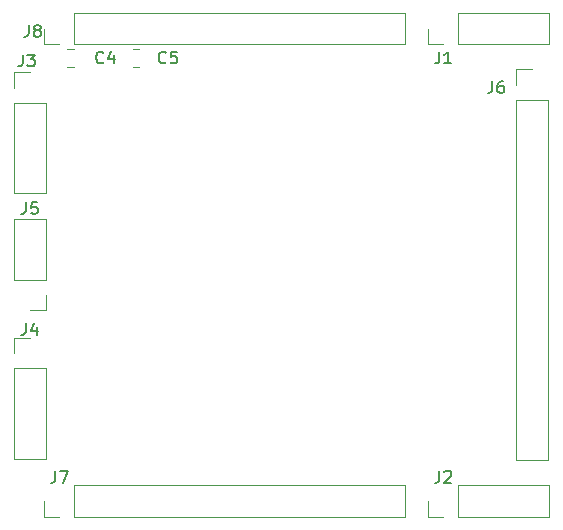
<source format=gbr>
%TF.GenerationSoftware,KiCad,Pcbnew,(5.1.9)-1*%
%TF.CreationDate,2021-09-03T13:39:35-04:00*%
%TF.ProjectId,Preamp_Shield,50726561-6d70-45f5-9368-69656c642e6b,rev?*%
%TF.SameCoordinates,Original*%
%TF.FileFunction,Legend,Top*%
%TF.FilePolarity,Positive*%
%FSLAX46Y46*%
G04 Gerber Fmt 4.6, Leading zero omitted, Abs format (unit mm)*
G04 Created by KiCad (PCBNEW (5.1.9)-1) date 2021-09-03 13:39:35*
%MOMM*%
%LPD*%
G01*
G04 APERTURE LIST*
%ADD10C,0.120000*%
%ADD11C,0.150000*%
G04 APERTURE END LIST*
D10*
%TO.C,J6*%
X143670000Y-78430000D02*
X145000000Y-78430000D01*
X143670000Y-79760000D02*
X143670000Y-78430000D01*
X143670000Y-81030000D02*
X146330000Y-81030000D01*
X146330000Y-81030000D02*
X146330000Y-111570000D01*
X143670000Y-81030000D02*
X143670000Y-111570000D01*
X143670000Y-111570000D02*
X146330000Y-111570000D01*
%TO.C,C5*%
X111238748Y-78235000D02*
X111761252Y-78235000D01*
X111238748Y-76765000D02*
X111761252Y-76765000D01*
%TO.C,C4*%
X105688748Y-78235000D02*
X106211252Y-78235000D01*
X105688748Y-76765000D02*
X106211252Y-76765000D01*
%TO.C,J8*%
X103670000Y-76330000D02*
X103670000Y-75000000D01*
X105000000Y-76330000D02*
X103670000Y-76330000D01*
X106270000Y-76330000D02*
X106270000Y-73670000D01*
X106270000Y-73670000D02*
X134270000Y-73670000D01*
X106270000Y-76330000D02*
X134270000Y-76330000D01*
X134270000Y-76330000D02*
X134270000Y-73670000D01*
%TO.C,J7*%
X103670000Y-116330000D02*
X103670000Y-115000000D01*
X105000000Y-116330000D02*
X103670000Y-116330000D01*
X106270000Y-116330000D02*
X106270000Y-113670000D01*
X106270000Y-113670000D02*
X134270000Y-113670000D01*
X106270000Y-116330000D02*
X134270000Y-116330000D01*
X134270000Y-116330000D02*
X134270000Y-113670000D01*
%TO.C,J5*%
X103830000Y-98870000D02*
X102500000Y-98870000D01*
X103830000Y-97540000D02*
X103830000Y-98870000D01*
X103830000Y-96270000D02*
X101170000Y-96270000D01*
X101170000Y-96270000D02*
X101170000Y-91130000D01*
X103830000Y-96270000D02*
X103830000Y-91130000D01*
X103830000Y-91130000D02*
X101170000Y-91130000D01*
%TO.C,J4*%
X101170000Y-101170000D02*
X102500000Y-101170000D01*
X101170000Y-102500000D02*
X101170000Y-101170000D01*
X101170000Y-103770000D02*
X103830000Y-103770000D01*
X103830000Y-103770000D02*
X103830000Y-111450000D01*
X101170000Y-103770000D02*
X101170000Y-111450000D01*
X101170000Y-111450000D02*
X103830000Y-111450000D01*
%TO.C,J3*%
X101170000Y-78670000D02*
X102500000Y-78670000D01*
X101170000Y-80000000D02*
X101170000Y-78670000D01*
X101170000Y-81270000D02*
X103830000Y-81270000D01*
X103830000Y-81270000D02*
X103830000Y-88950000D01*
X101170000Y-81270000D02*
X101170000Y-88950000D01*
X101170000Y-88950000D02*
X103830000Y-88950000D01*
%TO.C,J2*%
X136170000Y-116330000D02*
X136170000Y-115000000D01*
X137500000Y-116330000D02*
X136170000Y-116330000D01*
X138770000Y-116330000D02*
X138770000Y-113670000D01*
X138770000Y-113670000D02*
X146450000Y-113670000D01*
X138770000Y-116330000D02*
X146450000Y-116330000D01*
X146450000Y-116330000D02*
X146450000Y-113670000D01*
%TO.C,J1*%
X136170000Y-76330000D02*
X136170000Y-75000000D01*
X137500000Y-76330000D02*
X136170000Y-76330000D01*
X138770000Y-76330000D02*
X138770000Y-73670000D01*
X138770000Y-73670000D02*
X146450000Y-73670000D01*
X138770000Y-76330000D02*
X146450000Y-76330000D01*
X146450000Y-76330000D02*
X146450000Y-73670000D01*
%TO.C,J6*%
D11*
X141666666Y-79452380D02*
X141666666Y-80166666D01*
X141619047Y-80309523D01*
X141523809Y-80404761D01*
X141380952Y-80452380D01*
X141285714Y-80452380D01*
X142571428Y-79452380D02*
X142380952Y-79452380D01*
X142285714Y-79500000D01*
X142238095Y-79547619D01*
X142142857Y-79690476D01*
X142095238Y-79880952D01*
X142095238Y-80261904D01*
X142142857Y-80357142D01*
X142190476Y-80404761D01*
X142285714Y-80452380D01*
X142476190Y-80452380D01*
X142571428Y-80404761D01*
X142619047Y-80357142D01*
X142666666Y-80261904D01*
X142666666Y-80023809D01*
X142619047Y-79928571D01*
X142571428Y-79880952D01*
X142476190Y-79833333D01*
X142285714Y-79833333D01*
X142190476Y-79880952D01*
X142142857Y-79928571D01*
X142095238Y-80023809D01*
%TO.C,C5*%
X114033333Y-77857142D02*
X113985714Y-77904761D01*
X113842857Y-77952380D01*
X113747619Y-77952380D01*
X113604761Y-77904761D01*
X113509523Y-77809523D01*
X113461904Y-77714285D01*
X113414285Y-77523809D01*
X113414285Y-77380952D01*
X113461904Y-77190476D01*
X113509523Y-77095238D01*
X113604761Y-77000000D01*
X113747619Y-76952380D01*
X113842857Y-76952380D01*
X113985714Y-77000000D01*
X114033333Y-77047619D01*
X114938095Y-76952380D02*
X114461904Y-76952380D01*
X114414285Y-77428571D01*
X114461904Y-77380952D01*
X114557142Y-77333333D01*
X114795238Y-77333333D01*
X114890476Y-77380952D01*
X114938095Y-77428571D01*
X114985714Y-77523809D01*
X114985714Y-77761904D01*
X114938095Y-77857142D01*
X114890476Y-77904761D01*
X114795238Y-77952380D01*
X114557142Y-77952380D01*
X114461904Y-77904761D01*
X114414285Y-77857142D01*
%TO.C,C4*%
X108733333Y-77857142D02*
X108685714Y-77904761D01*
X108542857Y-77952380D01*
X108447619Y-77952380D01*
X108304761Y-77904761D01*
X108209523Y-77809523D01*
X108161904Y-77714285D01*
X108114285Y-77523809D01*
X108114285Y-77380952D01*
X108161904Y-77190476D01*
X108209523Y-77095238D01*
X108304761Y-77000000D01*
X108447619Y-76952380D01*
X108542857Y-76952380D01*
X108685714Y-77000000D01*
X108733333Y-77047619D01*
X109590476Y-77285714D02*
X109590476Y-77952380D01*
X109352380Y-76904761D02*
X109114285Y-77619047D01*
X109733333Y-77619047D01*
%TO.C,J8*%
X102416666Y-74702380D02*
X102416666Y-75416666D01*
X102369047Y-75559523D01*
X102273809Y-75654761D01*
X102130952Y-75702380D01*
X102035714Y-75702380D01*
X103035714Y-75130952D02*
X102940476Y-75083333D01*
X102892857Y-75035714D01*
X102845238Y-74940476D01*
X102845238Y-74892857D01*
X102892857Y-74797619D01*
X102940476Y-74750000D01*
X103035714Y-74702380D01*
X103226190Y-74702380D01*
X103321428Y-74750000D01*
X103369047Y-74797619D01*
X103416666Y-74892857D01*
X103416666Y-74940476D01*
X103369047Y-75035714D01*
X103321428Y-75083333D01*
X103226190Y-75130952D01*
X103035714Y-75130952D01*
X102940476Y-75178571D01*
X102892857Y-75226190D01*
X102845238Y-75321428D01*
X102845238Y-75511904D01*
X102892857Y-75607142D01*
X102940476Y-75654761D01*
X103035714Y-75702380D01*
X103226190Y-75702380D01*
X103321428Y-75654761D01*
X103369047Y-75607142D01*
X103416666Y-75511904D01*
X103416666Y-75321428D01*
X103369047Y-75226190D01*
X103321428Y-75178571D01*
X103226190Y-75130952D01*
%TO.C,J7*%
X104666666Y-112452380D02*
X104666666Y-113166666D01*
X104619047Y-113309523D01*
X104523809Y-113404761D01*
X104380952Y-113452380D01*
X104285714Y-113452380D01*
X105047619Y-112452380D02*
X105714285Y-112452380D01*
X105285714Y-113452380D01*
%TO.C,J5*%
X102166666Y-89702380D02*
X102166666Y-90416666D01*
X102119047Y-90559523D01*
X102023809Y-90654761D01*
X101880952Y-90702380D01*
X101785714Y-90702380D01*
X103119047Y-89702380D02*
X102642857Y-89702380D01*
X102595238Y-90178571D01*
X102642857Y-90130952D01*
X102738095Y-90083333D01*
X102976190Y-90083333D01*
X103071428Y-90130952D01*
X103119047Y-90178571D01*
X103166666Y-90273809D01*
X103166666Y-90511904D01*
X103119047Y-90607142D01*
X103071428Y-90654761D01*
X102976190Y-90702380D01*
X102738095Y-90702380D01*
X102642857Y-90654761D01*
X102595238Y-90607142D01*
%TO.C,J4*%
X102166666Y-99952380D02*
X102166666Y-100666666D01*
X102119047Y-100809523D01*
X102023809Y-100904761D01*
X101880952Y-100952380D01*
X101785714Y-100952380D01*
X103071428Y-100285714D02*
X103071428Y-100952380D01*
X102833333Y-99904761D02*
X102595238Y-100619047D01*
X103214285Y-100619047D01*
%TO.C,J3*%
X101916666Y-77202380D02*
X101916666Y-77916666D01*
X101869047Y-78059523D01*
X101773809Y-78154761D01*
X101630952Y-78202380D01*
X101535714Y-78202380D01*
X102297619Y-77202380D02*
X102916666Y-77202380D01*
X102583333Y-77583333D01*
X102726190Y-77583333D01*
X102821428Y-77630952D01*
X102869047Y-77678571D01*
X102916666Y-77773809D01*
X102916666Y-78011904D01*
X102869047Y-78107142D01*
X102821428Y-78154761D01*
X102726190Y-78202380D01*
X102440476Y-78202380D01*
X102345238Y-78154761D01*
X102297619Y-78107142D01*
%TO.C,J2*%
X137166666Y-112452380D02*
X137166666Y-113166666D01*
X137119047Y-113309523D01*
X137023809Y-113404761D01*
X136880952Y-113452380D01*
X136785714Y-113452380D01*
X137595238Y-112547619D02*
X137642857Y-112500000D01*
X137738095Y-112452380D01*
X137976190Y-112452380D01*
X138071428Y-112500000D01*
X138119047Y-112547619D01*
X138166666Y-112642857D01*
X138166666Y-112738095D01*
X138119047Y-112880952D01*
X137547619Y-113452380D01*
X138166666Y-113452380D01*
%TO.C,J1*%
X137166666Y-76952380D02*
X137166666Y-77666666D01*
X137119047Y-77809523D01*
X137023809Y-77904761D01*
X136880952Y-77952380D01*
X136785714Y-77952380D01*
X138166666Y-77952380D02*
X137595238Y-77952380D01*
X137880952Y-77952380D02*
X137880952Y-76952380D01*
X137785714Y-77095238D01*
X137690476Y-77190476D01*
X137595238Y-77238095D01*
%TD*%
M02*

</source>
